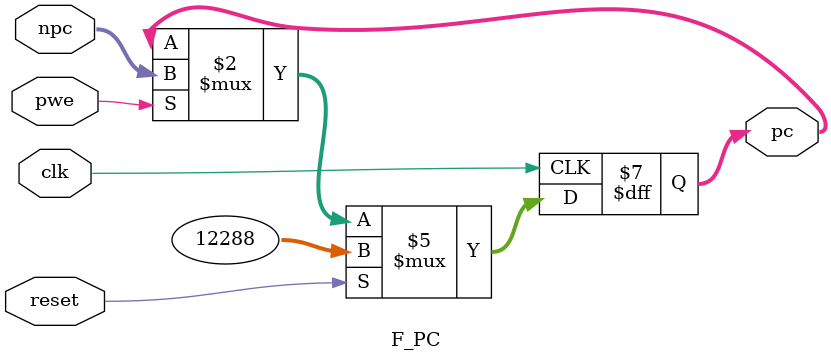
<source format=v>
`timescale 1ns / 1ps
`include "const.v"


module F_PC(
    input [31:0] npc,
    output reg [31:0] pc,
	 input pwe,
    input reset,
    input clk
    );
	always@(posedge clk)begin
		if(reset)begin
			pc <= 32'h0000_3000;//32bite
		end
		else if(pwe) begin
			pc <= npc;
		end
	end

endmodule


</source>
